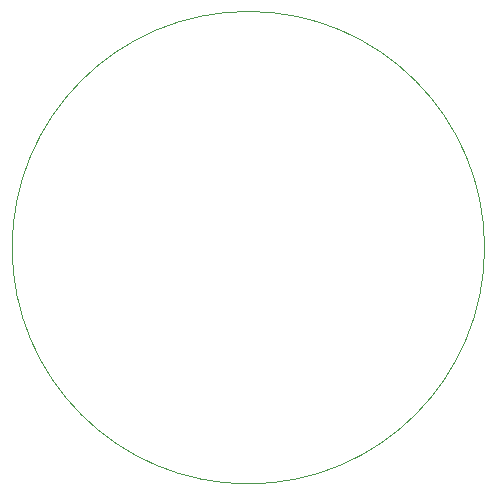
<source format=gbr>
G04 #@! TF.GenerationSoftware,KiCad,Pcbnew,7.0.7*
G04 #@! TF.CreationDate,2024-10-23T00:01:57-07:00*
G04 #@! TF.ProjectId,ESP_POE_1.4b,4553505f-504f-4455-9f31-2e34622e6b69,K*
G04 #@! TF.SameCoordinates,Original*
G04 #@! TF.FileFunction,Profile,NP*
%FSLAX46Y46*%
G04 Gerber Fmt 4.6, Leading zero omitted, Abs format (unit mm)*
G04 Created by KiCad (PCBNEW 7.0.7) date 2024-10-23 00:01:57*
%MOMM*%
%LPD*%
G01*
G04 APERTURE LIST*
G04 #@! TA.AperFunction,Profile*
%ADD10C,0.050000*%
G04 #@! TD*
G04 APERTURE END LIST*
D10*
X110627200Y-144018000D02*
G75*
G03*
X110627200Y-144018000I-20000000J0D01*
G01*
M02*

</source>
